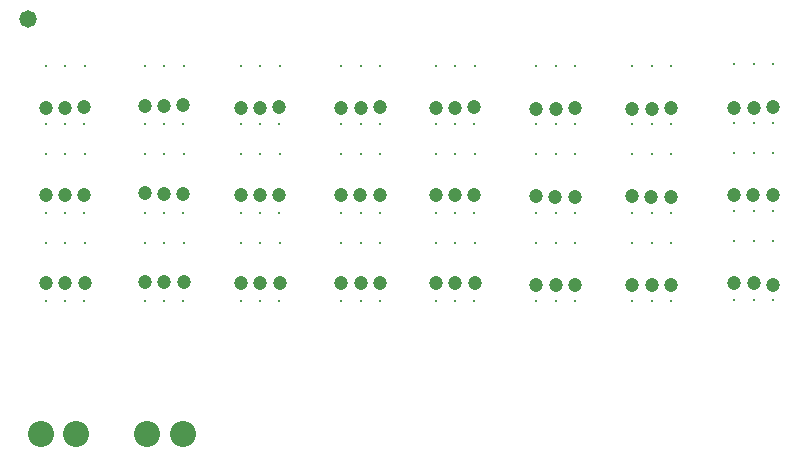
<source format=gbr>
%TF.GenerationSoftware,Altium Limited,Altium Designer,24.3.1 (35)*%
G04 Layer_Color=16711935*
%FSLAX45Y45*%
%MOMM*%
%TF.SameCoordinates,A20972E9-028A-4597-9386-5314E3457622*%
%TF.FilePolarity,Negative*%
%TF.FileFunction,Soldermask,Bot*%
%TF.Part,Single*%
G01*
G75*
%TA.AperFunction,ViaPad*%
%ADD21C,1.20320*%
%ADD22C,2.20320*%
%ADD23C,1.47320*%
%TA.AperFunction,SMDPad,CuDef*%
%ADD24R,0.20320X0.20320*%
D21*
X571500Y1778000D02*
D03*
X5372100Y3251200D02*
D03*
X5534798Y3258810D02*
D03*
X569098Y3271510D02*
D03*
X1079500Y1790700D02*
D03*
X6235700Y1778000D02*
D03*
X6400800Y1765300D02*
D03*
X6398398Y2522210D02*
D03*
X6233298D02*
D03*
X6070600Y3263900D02*
D03*
X6235700D02*
D03*
X6398398Y3271510D02*
D03*
X6070600Y1778000D02*
D03*
Y2527300D02*
D03*
X5534798Y2509510D02*
D03*
X5369698D02*
D03*
X5207000Y3251200D02*
D03*
Y1765300D02*
D03*
X5372100D02*
D03*
X5537200D02*
D03*
X5207000Y2514600D02*
D03*
X4721998Y2509510D02*
D03*
X4556898D02*
D03*
X4394200Y3251200D02*
D03*
X4559300D02*
D03*
X4721998Y3258810D02*
D03*
X4394200Y1765300D02*
D03*
X4559300D02*
D03*
X4724400D02*
D03*
X4394200Y2514600D02*
D03*
X3871098Y2522210D02*
D03*
X3705998D02*
D03*
X3543300Y3263900D02*
D03*
X3708400D02*
D03*
X3871098Y3271510D02*
D03*
X3543300Y1778000D02*
D03*
X3708400D02*
D03*
X3873500D02*
D03*
X3543300Y2527300D02*
D03*
X3070998Y2522210D02*
D03*
X2905898D02*
D03*
X2743200Y3263900D02*
D03*
X2908300D02*
D03*
X3070998Y3271510D02*
D03*
X2743200Y1778000D02*
D03*
X2908300D02*
D03*
X3073400D02*
D03*
X2743200Y2527300D02*
D03*
X2220098Y2522210D02*
D03*
X2054998D02*
D03*
X1892300Y3263900D02*
D03*
X2057400D02*
D03*
X2220098Y3271510D02*
D03*
X1892300Y1778000D02*
D03*
X2057400D02*
D03*
X2222500D02*
D03*
X1892300Y2527300D02*
D03*
X1407298Y2534910D02*
D03*
X1242198D02*
D03*
X1079500Y3276600D02*
D03*
X1244600D02*
D03*
X1407298Y3284210D02*
D03*
X1244600Y1790700D02*
D03*
X1409700D02*
D03*
X1079500Y2540000D02*
D03*
X241300Y2527300D02*
D03*
X406400Y1778000D02*
D03*
X241300D02*
D03*
X406400Y3263900D02*
D03*
X241300D02*
D03*
X403998Y2522210D02*
D03*
X569098D02*
D03*
D22*
X1100000Y500000D02*
D03*
X1400000D02*
D03*
X200000D02*
D03*
X500000D02*
D03*
D23*
X88900Y4013200D02*
D03*
D24*
X6070600Y2133600D02*
D03*
X6235700D02*
D03*
X6400800D02*
D03*
X6395700Y1638300D02*
D03*
X6235700D02*
D03*
X6070600D02*
D03*
X241300Y3619500D02*
D03*
X406400D02*
D03*
X571500D02*
D03*
X566400Y3124200D02*
D03*
X406400D02*
D03*
X241300D02*
D03*
X6070600Y3632200D02*
D03*
X6235700D02*
D03*
X6400800D02*
D03*
X6395700Y3136900D02*
D03*
X6235700D02*
D03*
X6070600D02*
D03*
Y2882900D02*
D03*
X6235700D02*
D03*
X6400800D02*
D03*
X6395700Y2387600D02*
D03*
X6235700D02*
D03*
X6070600D02*
D03*
X5207000Y3619500D02*
D03*
X5372100D02*
D03*
X5537200D02*
D03*
X5532100Y3124200D02*
D03*
X5372100D02*
D03*
X5207000D02*
D03*
X4394200Y3619500D02*
D03*
X4559300D02*
D03*
X4724400D02*
D03*
X4719300Y3124200D02*
D03*
X4559300D02*
D03*
X4394200D02*
D03*
X5207000Y2870200D02*
D03*
X5372100D02*
D03*
X5537200D02*
D03*
X5532100Y2374900D02*
D03*
X5372100D02*
D03*
X5207000D02*
D03*
Y2120900D02*
D03*
X5372100D02*
D03*
X5537200D02*
D03*
X5532100Y1625600D02*
D03*
X5372100D02*
D03*
X5207000D02*
D03*
X4394200Y2870200D02*
D03*
X4559300D02*
D03*
X4724400D02*
D03*
X4719300Y2374900D02*
D03*
X4559300D02*
D03*
X4394200D02*
D03*
Y2120900D02*
D03*
X4559300D02*
D03*
X4724400D02*
D03*
X4719300Y1625600D02*
D03*
X4559300D02*
D03*
X4394200D02*
D03*
X3543300Y3619500D02*
D03*
X3708400D02*
D03*
X3873500D02*
D03*
X3868400Y3124200D02*
D03*
X3708400D02*
D03*
X3543300D02*
D03*
Y2870200D02*
D03*
X3708400D02*
D03*
X3873500D02*
D03*
X3868400Y2374900D02*
D03*
X3708400D02*
D03*
X3543300D02*
D03*
Y2120900D02*
D03*
X3708400D02*
D03*
X3873500D02*
D03*
X3868400Y1625600D02*
D03*
X3708400D02*
D03*
X3543300D02*
D03*
X2743200Y3619500D02*
D03*
X2908300D02*
D03*
X3073400D02*
D03*
X3068300Y3124200D02*
D03*
X2908300D02*
D03*
X2743200D02*
D03*
Y2870200D02*
D03*
X2908300D02*
D03*
X3073400D02*
D03*
X3068300Y2374900D02*
D03*
X2908300D02*
D03*
X2743200D02*
D03*
Y2120900D02*
D03*
X2908300D02*
D03*
X3073400D02*
D03*
X3068300Y1625600D02*
D03*
X2908300D02*
D03*
X2743200D02*
D03*
X1892300Y3619500D02*
D03*
X2057400D02*
D03*
X2222500D02*
D03*
X2217400Y3124200D02*
D03*
X2057400D02*
D03*
X1892300D02*
D03*
Y2870200D02*
D03*
X2057400D02*
D03*
X2222500D02*
D03*
X2217400Y2374900D02*
D03*
X2057400D02*
D03*
X1892300D02*
D03*
X241300Y2120900D02*
D03*
X406400D02*
D03*
X571500D02*
D03*
X566400Y1625600D02*
D03*
X406400D02*
D03*
X241300D02*
D03*
X1079500Y3619500D02*
D03*
X1244600D02*
D03*
X1409700D02*
D03*
X1404600Y3124200D02*
D03*
X1244600D02*
D03*
X1079500D02*
D03*
Y2870200D02*
D03*
X1244600D02*
D03*
X1409700D02*
D03*
X1404600Y2374900D02*
D03*
X1244600D02*
D03*
X1079500D02*
D03*
Y2120900D02*
D03*
X1244600D02*
D03*
X1409700D02*
D03*
X1404600Y1625600D02*
D03*
X1244600D02*
D03*
X1079500D02*
D03*
X1892300Y2120900D02*
D03*
X2057400D02*
D03*
X2222500D02*
D03*
X2217400Y1625600D02*
D03*
X2057400D02*
D03*
X1892300D02*
D03*
X241300Y2870200D02*
D03*
X406400D02*
D03*
X571500D02*
D03*
X566400Y2374900D02*
D03*
X406400D02*
D03*
X241300D02*
D03*
%TF.MD5,ae5bdd97dd83445effb78ceee7ed7e97*%
M02*

</source>
